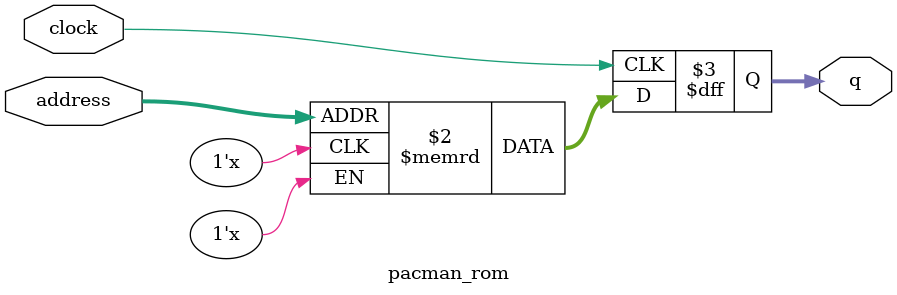
<source format=sv>
module pacman_rom (
	input logic clock,
	input logic [15:0] address,
	output logic [2:0] q
);

logic [2:0] memory [0:38399] /* synthesis ram_init_file = "./pacman/pacman.mif" */;

always_ff @ (posedge clock) begin
	q <= memory[address];
end

endmodule

</source>
